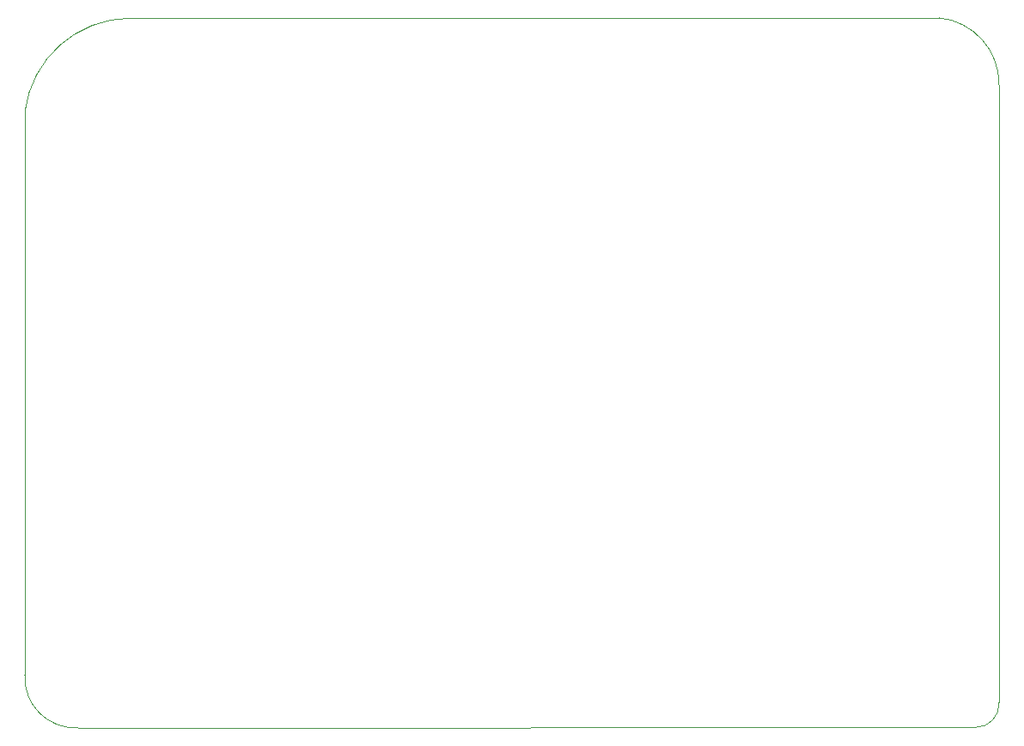
<source format=gbr>
%TF.GenerationSoftware,KiCad,Pcbnew,(6.0.2)*%
%TF.CreationDate,2022-04-11T22:24:11+02:00*%
%TF.ProjectId,main,6d61696e-2e6b-4696-9361-645f70636258,v0.02*%
%TF.SameCoordinates,Original*%
%TF.FileFunction,Profile,NP*%
%FSLAX46Y46*%
G04 Gerber Fmt 4.6, Leading zero omitted, Abs format (unit mm)*
G04 Created by KiCad (PCBNEW (6.0.2)) date 2022-04-11 22:24:11*
%MOMM*%
%LPD*%
G01*
G04 APERTURE LIST*
%TA.AperFunction,Profile*%
%ADD10C,0.100000*%
%TD*%
G04 APERTURE END LIST*
D10*
X185710000Y-76410000D02*
X185710000Y-137330000D01*
X100060000Y-69849999D02*
G75*
G03*
X89700000Y-79080000I93771J-10534423D01*
G01*
X89700000Y-134650000D02*
X89700000Y-79080000D01*
X183388019Y-139804042D02*
G75*
G03*
X185710000Y-137330000I17948J2309809D01*
G01*
X100060000Y-69850000D02*
X179801303Y-69818205D01*
X185710000Y-76410000D02*
G75*
G03*
X179801303Y-69818205I-6553878J69382D01*
G01*
X183388019Y-139804043D02*
X94910000Y-139830000D01*
X89700000Y-134650000D02*
G75*
G03*
X94910000Y-139830000I4932314J-249207D01*
G01*
M02*

</source>
